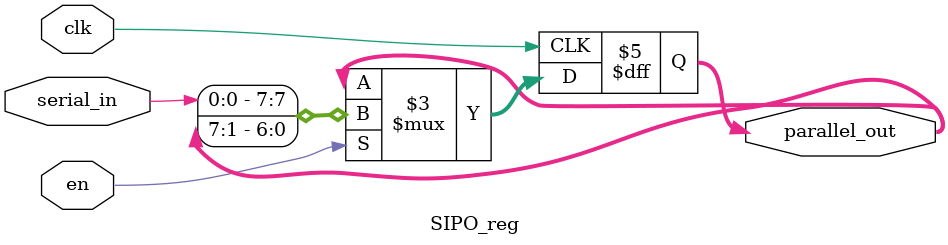
<source format=v>
module SIPO_reg (
   input  wire       clk,
                     en,
   input  wire       serial_in,
   output reg  [7:0] parallel_out     
);
   
   always @(posedge clk) begin
      if (en) begin
         parallel_out <= {serial_in, parallel_out[7:1]}; 
      end
      else begin
         parallel_out  <= parallel_out;
      end
   end

endmodule

</source>
